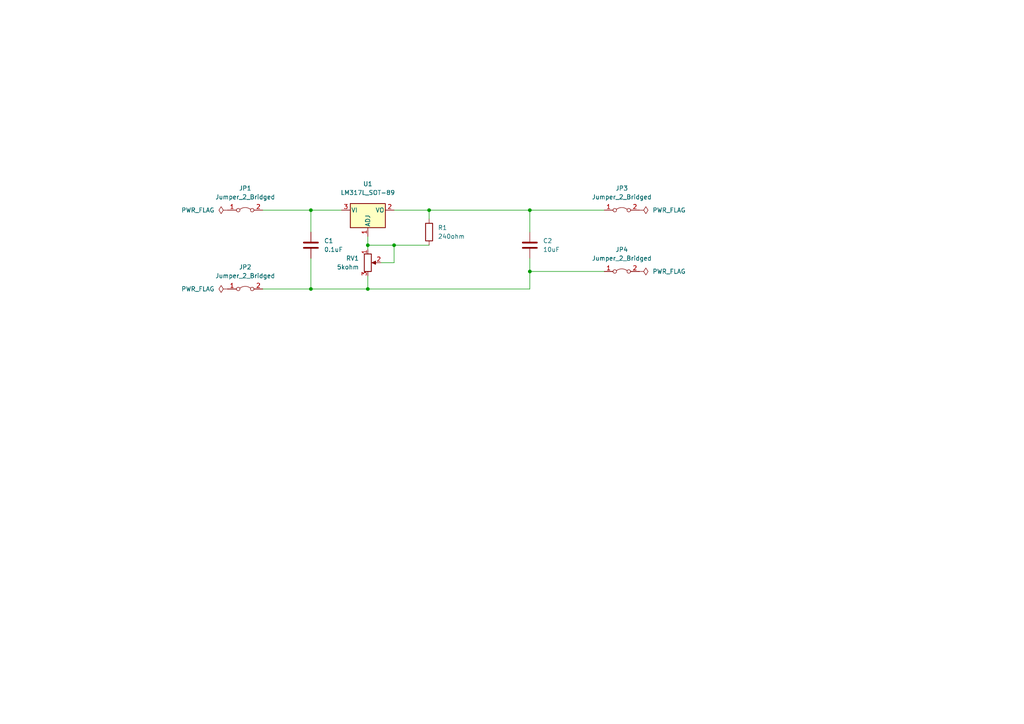
<source format=kicad_sch>
(kicad_sch (version 20211123) (generator eeschema)
  (paper "A4")
  (lib_symbols
    (symbol "Device:C" (pin_numbers hide) (pin_names (offset 0.254))
      (property "Reference" "C" (at 0.635 2.54 0))
      (property "Value" "C" (at 0.635 -2.54 0))
      (symbol "C_0_1"
        (polyline (pts (xy -2.032 -0.762) (xy 2.032 -0.762)) (stroke (width 0.508)))
        (polyline (pts (xy -2.032 0.762) (xy 2.032 0.762)) (stroke (width 0.508)))
      )
      (symbol "C_1_1"
        (pin passive line (at 0 3.81 270) (length 2.794) (name "~") (number "1"))
        (pin passive line (at 0 -3.81 90) (length 2.794) (name "~") (number "2"))
      )
    )
    (symbol "Device:R" (pin_numbers hide) (pin_names (offset 0))
      (property "Reference" "R" (at 2.032 0 90))
      (property "Value" "R" (at 0 0 90))
      (symbol "R_0_1"
        (rectangle (start -1.016 -2.54) (end 1.016 2.54) (stroke (width 0.254)))
      )
      (symbol "R_1_1"
        (pin passive line (at 0 3.81 270) (length 1.27) (name "~") (number "1"))
        (pin passive line (at 0 -3.81 90) (length 1.27) (name "~") (number "2"))
      )
    )
    (symbol "Device:R_Potentiometer" (pin_names (offset 1.016) hide)
      (property "Reference" "RV" (at -4.445 0 90))
      (property "Value" "R_Potentiometer" (at -2.54 0 90))
      (symbol "R_Potentiometer_0_1"
        (polyline (pts (xy 2.54 0) (xy 1.524 0)))
        (polyline (pts (xy 1.143 0) (xy 2.286 0.508) (xy 2.286 -0.508) (xy 1.143 0)) (fill (type outline)))
        (rectangle (start 1.016 2.54) (end -1.016 -2.54) (stroke (width 0.254)))
      )
      (symbol "R_Potentiometer_1_1"
        (pin passive line (at 0 3.81 270) (length 1.27) (name "1") (number "1"))
        (pin passive line (at 3.81 0 180) (length 1.27) (name "2") (number "2"))
        (pin passive line (at 0 -3.81 90) (length 1.27) (name "3") (number "3"))
      )
    )
    (symbol "Jumper:Jumper_2_Bridged" (pin_names (offset 0) hide)
      (property "Reference" "JP" (at 0 1.905 0))
      (property "Value" "Jumper_2_Bridged" (at 0 -2.54 0))
      (symbol "Jumper_2_Bridged_0_0"
        (circle (center -2.032 0) (radius 0.508))
        (circle (center 2.032 0) (radius 0.508))
      )
      (symbol "Jumper_2_Bridged_0_1"
        (arc (start 1.524 0.254) (mid 0 0.762) (end -1.524 0.254))
      )
      (symbol "Jumper_2_Bridged_1_1"
        (pin passive line (at -5.08 0 0) (length 2.54) (name "A") (number "1"))
        (pin passive line (at 5.08 0 180) (length 2.54) (name "B") (number "2"))
      )
    )
    (symbol "Regulator_Linear:LM317L_SOT-89" (pin_names (offset 0.254))
      (property "Reference" "U" (at -3.81 3.175 0))
      (property "Value" "LM317L_SOT-89" (at 0 3.175 0))
      (symbol "LM317L_SOT-89_0_1"
        (rectangle (start -5.08 1.905) (end 5.08 -5.08) (stroke (width 0.254)) (fill (type background)))
      )
      (symbol "LM317L_SOT-89_1_1"
        (pin input line (at 0 -7.62 90) (length 2.54) (name "ADJ") (number "1"))
        (pin power_out line (at 7.62 0 180) (length 2.54) (name "VO") (number "2"))
        (pin power_in line (at -7.62 0 0) (length 2.54) (name "VI") (number "3"))
      )
    )
    (symbol "power:PWR_FLAG" (power) (pin_numbers hide) (pin_names (offset 0) hide)
      (property "Value" "PWR_FLAG" (at 0 3.81 0))
      (symbol "PWR_FLAG_0_0"
        (pin power_out line (at 0 0 90) (length 0) (name "pwr") (number "1"))
      )
      (symbol "PWR_FLAG_0_1"
        (polyline (pts (xy 0 0) (xy 0 1.27) (xy -1.016 1.905) (xy 0 2.54) (xy 1.016 1.905) (xy 0 1.27)))
      )
    )
  )
  (junction (at 153.67 78.74))
  (junction (at 114.3 71.12))
  (junction (at 106.68 83.82))
  (junction (at 106.68 71.12))
  (junction (at 90.17 83.82))
  (junction (at 153.67 60.96))
  (junction (at 124.46 60.96))
  (junction (at 90.17 60.96))
  (wire (pts (xy 153.67 60.96) (xy 175.26 60.96)))
  (wire (pts (xy 153.67 74.93) (xy 153.67 78.74)))
  (wire (pts (xy 106.68 71.12) (xy 106.68 72.39)))
  (wire (pts (xy 124.46 60.96) (xy 153.67 60.96)))
  (wire (pts (xy 124.46 60.96) (xy 124.46 63.5)))
  (wire (pts (xy 114.3 76.2) (xy 114.3 71.12)))
  (wire (pts (xy 114.3 60.96) (xy 124.46 60.96)))
  (wire (pts (xy 124.46 71.12) (xy 114.3 71.12)))
  (wire (pts (xy 106.68 83.82) (xy 153.67 83.82)))
  (wire (pts (xy 90.17 74.93) (xy 90.17 83.82)))
  (wire (pts (xy 99.06 60.96) (xy 90.17 60.96)))
  (wire (pts (xy 114.3 71.12) (xy 106.68 71.12)))
  (wire (pts (xy 106.68 71.12) (xy 106.68 68.58)))
  (wire (pts (xy 90.17 60.96) (xy 90.17 67.31)))
  (wire (pts (xy 106.68 80.01) (xy 106.68 83.82)))
  (wire (pts (xy 76.2 83.82) (xy 90.17 83.82)))
  (wire (pts (xy 153.67 78.74) (xy 175.26 78.74)))
  (wire (pts (xy 153.67 83.82) (xy 153.67 78.74)))
  (wire (pts (xy 76.2 60.96) (xy 90.17 60.96)))
  (wire (pts (xy 90.17 83.82) (xy 106.68 83.82)))
  (wire (pts (xy 110.49 76.2) (xy 114.3 76.2)))
  (wire (pts (xy 153.67 60.96) (xy 153.67 67.31)))
  (symbol (lib_id "Jumper:Jumper_2_Bridged") (at 71.12 83.82 0) (unit 1)
    (property "Reference" "JP2" (at 71.12 77.47 0))
    (property "Value" "Jumper_2_Bridged" (at 71.12 80.01 0))
  )
  (symbol (lib_id "Jumper:Jumper_2_Bridged") (at 71.12 60.96 0) (unit 1)
    (property "Reference" "JP1" (at 71.12 54.61 0))
    (property "Value" "Jumper_2_Bridged" (at 71.12 57.15 0))
  )
  (symbol (lib_id "power:PWR_FLAG") (at 185.42 78.74 270) (unit 1)
    (property "Reference" "#FLG0101" (effects hide))
    (property "Value" "PWR_FLAG" (at 189.23 78.7399 90) (effects (justify left)))
  )
  (symbol (lib_id "Device:C") (at 90.17 71.12 0) (unit 1)
    (property "Reference" "C1" (at 93.98 69.8499 0) (effects (justify left)))
    (property "Value" "0.1uF" (at 93.98 72.3899 0) (effects (justify left)))
  )
  (symbol (lib_id "Device:R_Potentiometer") (at 106.68 76.2 0) (unit 1)
    (property "Reference" "RV1" (at 104.14 74.9299 0) (effects (justify right)))
    (property "Value" "5kohm" (at 104.14 77.4699 0) (effects (justify right)))
  )
  (symbol (lib_id "Device:C") (at 153.67 71.12 0) (unit 1)
    (property "Reference" "C2" (at 157.48 69.8499 0) (effects (justify left)))
    (property "Value" "10uF" (at 157.48 72.3899 0) (effects (justify left)))
  )
  (symbol (lib_id "power:PWR_FLAG") (at 66.04 60.96 90) (unit 1)
    (property "Reference" "#FLG01" (effects hide))
    (property "Value" "PWR_FLAG" (at 62.23 60.9599 90) (effects (justify left)))
  )
  (symbol (lib_id "power:PWR_FLAG") (at 185.42 60.96 270) (unit 1)
    (property "Reference" "#FLG0102" (effects hide))
    (property "Value" "PWR_FLAG" (at 189.23 60.9599 90) (effects (justify left)))
  )
  (symbol (lib_id "Jumper:Jumper_2_Bridged") (at 180.34 78.74 0) (unit 1)
    (property "Reference" "JP4" (at 180.34 72.39 0))
    (property "Value" "Jumper_2_Bridged" (at 180.34 74.93 0))
  )
  (symbol (lib_id "Jumper:Jumper_2_Bridged") (at 180.34 60.96 0) (unit 1)
    (property "Reference" "JP3" (at 180.34 54.61 0))
    (property "Value" "Jumper_2_Bridged" (at 180.34 57.15 0))
  )
  (symbol (lib_id "power:PWR_FLAG") (at 66.04 83.82 90) (unit 1)
    (property "Reference" "#FLG02" (effects hide))
    (property "Value" "PWR_FLAG" (at 62.23 83.8199 90) (effects (justify left)))
  )
  (symbol (lib_id "Device:R") (at 124.46 67.31 0) (unit 1)
    (property "Reference" "R1" (at 127 66.0399 0) (effects (justify left)))
    (property "Value" "240ohm" (at 127 68.5799 0) (effects (justify left)))
  )
  (symbol (lib_id "Regulator_Linear:LM317L_SOT-89") (at 106.68 60.96 0) (unit 1)
    (property "Reference" "U1" (at 106.68 53.34 0))
    (property "Value" "LM317L_SOT-89" (at 106.68 55.88 0))
    (property "Footprint" "Package_TO_SOT_SMD:SOT-89-3" (effects hide))
    (property "Datasheet" "http://www.ti.com/lit/ds/symlink/lm317l.pdf" (effects hide))
  )
)
</source>
